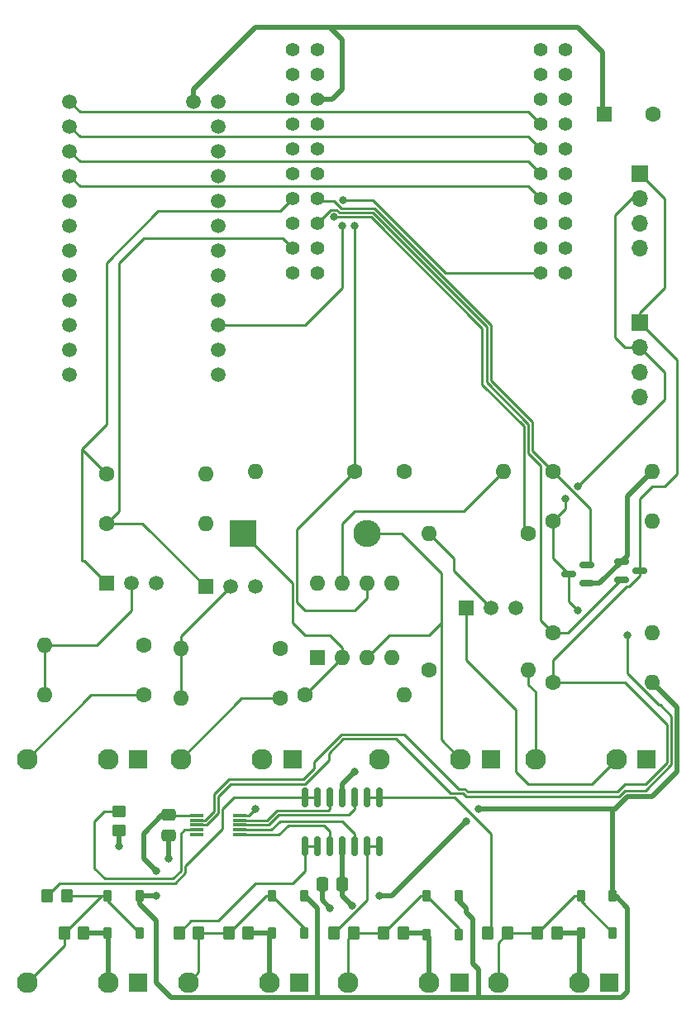
<source format=gtl>
%TF.GenerationSoftware,KiCad,Pcbnew,7.0.5-0*%
%TF.CreationDate,2024-01-09T14:25:17-05:00*%
%TF.ProjectId,ESP-32_USB_sequencer,4553502d-3332-45f5-9553-425f73657175,rev?*%
%TF.SameCoordinates,Original*%
%TF.FileFunction,Copper,L1,Top*%
%TF.FilePolarity,Positive*%
%FSLAX46Y46*%
G04 Gerber Fmt 4.6, Leading zero omitted, Abs format (unit mm)*
G04 Created by KiCad (PCBNEW 7.0.5-0) date 2024-01-09 14:25:17*
%MOMM*%
%LPD*%
G01*
G04 APERTURE LIST*
G04 Aperture macros list*
%AMRoundRect*
0 Rectangle with rounded corners*
0 $1 Rounding radius*
0 $2 $3 $4 $5 $6 $7 $8 $9 X,Y pos of 4 corners*
0 Add a 4 corners polygon primitive as box body*
4,1,4,$2,$3,$4,$5,$6,$7,$8,$9,$2,$3,0*
0 Add four circle primitives for the rounded corners*
1,1,$1+$1,$2,$3*
1,1,$1+$1,$4,$5*
1,1,$1+$1,$6,$7*
1,1,$1+$1,$8,$9*
0 Add four rect primitives between the rounded corners*
20,1,$1+$1,$2,$3,$4,$5,0*
20,1,$1+$1,$4,$5,$6,$7,0*
20,1,$1+$1,$6,$7,$8,$9,0*
20,1,$1+$1,$8,$9,$2,$3,0*%
G04 Aperture macros list end*
%TA.AperFunction,ComponentPad*%
%ADD10C,1.600000*%
%TD*%
%TA.AperFunction,ComponentPad*%
%ADD11O,1.600000X1.600000*%
%TD*%
%TA.AperFunction,SMDPad,CuDef*%
%ADD12RoundRect,0.250000X0.350000X0.450000X-0.350000X0.450000X-0.350000X-0.450000X0.350000X-0.450000X0*%
%TD*%
%TA.AperFunction,SMDPad,CuDef*%
%ADD13RoundRect,0.250000X-0.350000X-0.450000X0.350000X-0.450000X0.350000X0.450000X-0.350000X0.450000X0*%
%TD*%
%TA.AperFunction,SMDPad,CuDef*%
%ADD14RoundRect,0.225000X0.225000X0.375000X-0.225000X0.375000X-0.225000X-0.375000X0.225000X-0.375000X0*%
%TD*%
%TA.AperFunction,SMDPad,CuDef*%
%ADD15R,1.400000X0.300000*%
%TD*%
%TA.AperFunction,ComponentPad*%
%ADD16R,1.600000X1.600000*%
%TD*%
%TA.AperFunction,ComponentPad*%
%ADD17R,1.500000X1.500000*%
%TD*%
%TA.AperFunction,ComponentPad*%
%ADD18C,1.500000*%
%TD*%
%TA.AperFunction,ComponentPad*%
%ADD19C,1.400000*%
%TD*%
%TA.AperFunction,SMDPad,CuDef*%
%ADD20RoundRect,0.250000X0.450000X-0.350000X0.450000X0.350000X-0.450000X0.350000X-0.450000X-0.350000X0*%
%TD*%
%TA.AperFunction,ComponentPad*%
%ADD21R,2.800000X2.800000*%
%TD*%
%TA.AperFunction,ComponentPad*%
%ADD22O,2.800000X2.800000*%
%TD*%
%TA.AperFunction,SMDPad,CuDef*%
%ADD23RoundRect,0.150000X-0.587500X-0.150000X0.587500X-0.150000X0.587500X0.150000X-0.587500X0.150000X0*%
%TD*%
%TA.AperFunction,SMDPad,CuDef*%
%ADD24RoundRect,0.250000X0.475000X-0.337500X0.475000X0.337500X-0.475000X0.337500X-0.475000X-0.337500X0*%
%TD*%
%TA.AperFunction,SMDPad,CuDef*%
%ADD25RoundRect,0.150000X0.587500X0.150000X-0.587500X0.150000X-0.587500X-0.150000X0.587500X-0.150000X0*%
%TD*%
%TA.AperFunction,SMDPad,CuDef*%
%ADD26RoundRect,0.250000X-0.337500X-0.475000X0.337500X-0.475000X0.337500X0.475000X-0.337500X0.475000X0*%
%TD*%
%TA.AperFunction,SMDPad,CuDef*%
%ADD27RoundRect,0.150000X0.150000X-0.825000X0.150000X0.825000X-0.150000X0.825000X-0.150000X-0.825000X0*%
%TD*%
%TA.AperFunction,ComponentPad*%
%ADD28R,1.700000X1.700000*%
%TD*%
%TA.AperFunction,ComponentPad*%
%ADD29O,1.700000X1.700000*%
%TD*%
%TA.AperFunction,ComponentPad*%
%ADD30R,1.830000X1.930000*%
%TD*%
%TA.AperFunction,ComponentPad*%
%ADD31C,2.130000*%
%TD*%
%TA.AperFunction,ViaPad*%
%ADD32C,0.800000*%
%TD*%
%TA.AperFunction,Conductor*%
%ADD33C,0.250000*%
%TD*%
%TA.AperFunction,Conductor*%
%ADD34C,0.500000*%
%TD*%
G04 APERTURE END LIST*
D10*
%TO.P,R11,1*%
%TO.N,/5v_SDA*%
X127000000Y-134403000D03*
D11*
%TO.P,R11,2*%
%TO.N,+5V*%
X137160000Y-134403000D03*
%TD*%
D12*
%TO.P,R7,1*%
%TO.N,GND*%
X111647050Y-176595000D03*
%TO.P,R7,2*%
%TO.N,Net-(D3-K)*%
X109647050Y-176595000D03*
%TD*%
D10*
%TO.P,R23,1*%
%TO.N,Net-(D9-K)*%
X101600000Y-152183000D03*
D11*
%TO.P,R23,2*%
%TO.N,Net-(J10-PadR)*%
X111760000Y-152183000D03*
%TD*%
D12*
%TO.P,R8,1*%
%TO.N,GND*%
X127407050Y-176595000D03*
%TO.P,R8,2*%
%TO.N,Net-(D5-K)*%
X125407050Y-176595000D03*
%TD*%
D10*
%TO.P,R22,1*%
%TO.N,/midi_in*%
X106680000Y-129323000D03*
D11*
%TO.P,R22,2*%
%TO.N,+3.3V*%
X96520000Y-129323000D03*
%TD*%
D13*
%TO.P,R1,1*%
%TO.N,Net-(U4D--)*%
X75200000Y-172720000D03*
%TO.P,R1,2*%
%TO.N,Net-(D1-K)*%
X77200000Y-172720000D03*
%TD*%
D14*
%TO.P,D1,1,K*%
%TO.N,Net-(D1-K)*%
X84660000Y-176595000D03*
%TO.P,D1,2,A*%
%TO.N,GND*%
X81360000Y-176595000D03*
%TD*%
%TO.P,D3,1,K*%
%TO.N,Net-(D3-K)*%
X117377050Y-176765000D03*
%TO.P,D3,2,A*%
%TO.N,GND*%
X114077050Y-176765000D03*
%TD*%
D10*
%TO.P,R21,1*%
%TO.N,GND*%
X111760000Y-129323000D03*
D11*
%TO.P,R21,2*%
%TO.N,Net-(U5-VO1)*%
X121920000Y-129323000D03*
%TD*%
D14*
%TO.P,D5,1,K*%
%TO.N,Net-(D5-K)*%
X133137050Y-176595000D03*
%TO.P,D5,2,A*%
%TO.N,GND*%
X129837050Y-176595000D03*
%TD*%
D15*
%TO.P,U3,1,VDD*%
%TO.N,+5V*%
X90510000Y-164505000D03*
%TO.P,U3,2,SCL*%
%TO.N,/5v_SCL*%
X90510000Y-165005000D03*
%TO.P,U3,3,SDA*%
%TO.N,/5v_SDA*%
X90510000Y-165505000D03*
%TO.P,U3,4,~{LDAC}*%
%TO.N,Net-(U3-~{LDAC})*%
X90510000Y-166005000D03*
%TO.P,U3,5,RDY/~{BSY}*%
%TO.N,unconnected-(U3-RDY{slash}~{BSY}-Pad5)*%
X90510000Y-166505000D03*
%TO.P,U3,6,VOUTA*%
%TO.N,/DAC_A*%
X94910000Y-166505000D03*
%TO.P,U3,7,VOUTB*%
%TO.N,/DAC_B*%
X94910000Y-166005000D03*
%TO.P,U3,8,VOUTC*%
%TO.N,/DAC_C*%
X94910000Y-165505000D03*
%TO.P,U3,9,VOUTD*%
%TO.N,/DAC_D*%
X94910000Y-165005000D03*
%TO.P,U3,10,VSS*%
%TO.N,GND*%
X94910000Y-164505000D03*
%TD*%
D16*
%TO.P,U5,1,NC*%
%TO.N,unconnected-(U5-NC-Pad1)*%
X102880000Y-148363000D03*
D11*
%TO.P,U5,2,C1*%
%TO.N,Net-(D9-K)*%
X105420000Y-148363000D03*
%TO.P,U5,3,C2*%
%TO.N,Net-(D9-A)*%
X107960000Y-148363000D03*
%TO.P,U5,4,NC*%
%TO.N,unconnected-(U5-NC-Pad4)*%
X110500000Y-148363000D03*
%TO.P,U5,5,GND*%
%TO.N,GND*%
X110500000Y-140743000D03*
%TO.P,U5,6,VO2*%
%TO.N,/midi_in*%
X107960000Y-140743000D03*
%TO.P,U5,7,VO1*%
%TO.N,Net-(U5-VO1)*%
X105420000Y-140743000D03*
%TO.P,U5,8,VCC*%
%TO.N,+3.3V*%
X102880000Y-140743000D03*
%TD*%
D14*
%TO.P,D7,1,K*%
%TO.N,+5V*%
X133137050Y-172785000D03*
%TO.P,D7,2,A*%
%TO.N,Net-(D5-K)*%
X129837050Y-172785000D03*
%TD*%
D17*
%TO.P,Q4,1,C*%
%TO.N,/A32*%
X81280000Y-140753000D03*
D18*
%TO.P,Q4,2,B*%
%TO.N,Net-(Q4-B)*%
X83820000Y-140753000D03*
%TO.P,Q4,3,E*%
%TO.N,GND*%
X86360000Y-140753000D03*
%TD*%
D12*
%TO.P,R6,1*%
%TO.N,GND*%
X78930000Y-176595000D03*
%TO.P,R6,2*%
%TO.N,Net-(D1-K)*%
X76930000Y-176595000D03*
%TD*%
D18*
%TO.P,U2,1,SS*%
%TO.N,/CS*%
X77470000Y-91440000D03*
%TO.P,U2,2,MOSI*%
%TO.N,/MOSI*%
X77470000Y-93980000D03*
%TO.P,U2,3,MISO*%
%TO.N,/MISO*%
X77470000Y-96520000D03*
%TO.P,U2,4,CLK*%
%TO.N,/CLK*%
X77470000Y-99060000D03*
%TO.P,U2,5,NC*%
%TO.N,unconnected-(U2-NC-Pad5)*%
X77470000Y-101600000D03*
%TO.P,U2,6,NC*%
%TO.N,unconnected-(U2-NC-Pad6)*%
X77470000Y-104140000D03*
%TO.P,U2,7,NC*%
%TO.N,unconnected-(U2-NC-Pad7)*%
X77470000Y-106680000D03*
%TO.P,U2,8,NC*%
%TO.N,unconnected-(U2-NC-Pad8)*%
X77470000Y-109220000D03*
%TO.P,U2,9,3v3*%
%TO.N,+3.3V*%
X77470000Y-111760000D03*
%TO.P,U2,10,NC*%
%TO.N,unconnected-(U2-NC-Pad10)*%
X77470000Y-114300000D03*
%TO.P,U2,11,GND*%
%TO.N,GND*%
X77470000Y-116840000D03*
%TO.P,U2,12,RAW*%
%TO.N,unconnected-(U2-RAW-Pad12)*%
X77470000Y-119380000D03*
%TO.P,U2,13,NC*%
%TO.N,unconnected-(U2-NC-Pad13)*%
X92710000Y-119380000D03*
%TO.P,U2,14,NC*%
%TO.N,unconnected-(U2-NC-Pad14)*%
X92710000Y-116840000D03*
%TO.P,U2,15,RESET*%
%TO.N,/RST*%
X92710000Y-114300000D03*
%TO.P,U2,16,GND*%
%TO.N,GND*%
X92710000Y-111760000D03*
%TO.P,U2,17,NC*%
%TO.N,unconnected-(U2-NC-Pad17)*%
X92710000Y-109220000D03*
%TO.P,U2,18,NC*%
%TO.N,unconnected-(U2-NC-Pad18)*%
X92710000Y-106680000D03*
%TO.P,U2,19,NC*%
%TO.N,unconnected-(U2-NC-Pad19)*%
X92710000Y-104140000D03*
%TO.P,U2,20,NC*%
%TO.N,unconnected-(U2-NC-Pad20)*%
X92710000Y-101600000D03*
%TO.P,U2,21,NC*%
%TO.N,unconnected-(U2-NC-Pad21)*%
X92710000Y-99060000D03*
%TO.P,U2,22,NC*%
%TO.N,unconnected-(U2-NC-Pad22)*%
X92710000Y-96520000D03*
%TO.P,U2,23,NC*%
%TO.N,unconnected-(U2-NC-Pad23)*%
X92710000Y-93980000D03*
%TO.P,U2,24,INT*%
%TO.N,/INT*%
X92710000Y-91440000D03*
%TO.P,U2,25,5v*%
%TO.N,+5V*%
X90170000Y-91440000D03*
%TD*%
D19*
%TO.P,U1,1,GND*%
%TO.N,GND*%
X128270000Y-109003000D03*
%TO.P,U1,2,RST*%
%TO.N,/RST*%
X125730000Y-109003000D03*
%TO.P,U1,3,NC*%
%TO.N,unconnected-(U1-NC-Pad3)*%
X128270000Y-106463000D03*
%TO.P,U1,4,IO_36/SVP/A0*%
%TO.N,unconnected-(U1-IO_36{slash}SVP{slash}A0-Pad4)*%
X125730000Y-106463000D03*
%TO.P,U1,5,IO_39/SVN*%
%TO.N,unconnected-(U1-IO_39{slash}SVN-Pad5)*%
X128270000Y-103923000D03*
%TO.P,U1,6,IO_26/D0*%
%TO.N,unconnected-(U1-IO_26{slash}D0-Pad6)*%
X125730000Y-103923000D03*
%TO.P,U1,7,IO_35*%
%TO.N,/A35*%
X128270000Y-101383000D03*
%TO.P,U1,8,IO_18/D5*%
%TO.N,/CLK*%
X125730000Y-101383000D03*
%TO.P,U1,9,IO_33*%
%TO.N,/A33*%
X128270000Y-98843000D03*
%TO.P,U1,10,IO_19/D6*%
%TO.N,/MISO*%
X125730000Y-98843000D03*
%TO.P,U1,11,IO_34*%
%TO.N,/A34*%
X128270000Y-96303000D03*
%TO.P,U1,12,IO_23/D7*%
%TO.N,/MOSI*%
X125730000Y-96303000D03*
%TO.P,U1,13,IO_14/TMS*%
%TO.N,unconnected-(U1-IO_14{slash}TMS-Pad13)*%
X128270000Y-93763000D03*
%TO.P,U1,14,IO_05/D8*%
%TO.N,/CS*%
X125730000Y-93763000D03*
%TO.P,U1,15,NC*%
%TO.N,unconnected-(U1-NC-Pad15)*%
X128270000Y-91223000D03*
%TO.P,U1,16,3V3*%
%TO.N,+3.3V*%
X125730000Y-91223000D03*
%TO.P,U1,17,IO_09/SD2*%
%TO.N,unconnected-(U1-IO_09{slash}SD2-Pad17)*%
X128270000Y-88683000D03*
%TO.P,U1,18,IO_13/TCK*%
%TO.N,unconnected-(U1-IO_13{slash}TCK-Pad18)*%
X125730000Y-88683000D03*
%TO.P,U1,19,CMD*%
%TO.N,unconnected-(U1-CMD-Pad19)*%
X128270000Y-86143000D03*
%TO.P,U1,20,IO_10/SD3*%
%TO.N,unconnected-(U1-IO_10{slash}SD3-Pad20)*%
X125730000Y-86143000D03*
%TO.P,U1,21,TXD*%
%TO.N,unconnected-(U1-TXD-Pad21)*%
X102870000Y-109003000D03*
%TO.P,U1,22,GND*%
%TO.N,GND*%
X100330000Y-109003000D03*
%TO.P,U1,23,RXD*%
%TO.N,unconnected-(U1-RXD-Pad23)*%
X102870000Y-106463000D03*
%TO.P,U1,24,IO_27*%
%TO.N,/GPIO27*%
X100330000Y-106463000D03*
%TO.P,U1,25,IO_22/D1/SCL*%
%TO.N,/SCL*%
X102870000Y-103923000D03*
%TO.P,U1,26,IO_25*%
%TO.N,/INT*%
X100330000Y-103923000D03*
%TO.P,U1,27,IO_21/D2/SDA*%
%TO.N,/SDA*%
X102870000Y-101383000D03*
%TO.P,U1,28,IO_32*%
%TO.N,/A32*%
X100330000Y-101383000D03*
%TO.P,U1,29,IO_17/D3*%
%TO.N,/midi_out*%
X102870000Y-98843000D03*
%TO.P,U1,30,IO_12/TDI*%
%TO.N,unconnected-(U1-IO_12{slash}TDI-Pad30)*%
X100330000Y-98843000D03*
%TO.P,U1,31,IO_16/D4*%
%TO.N,/midi_in*%
X102870000Y-96303000D03*
%TO.P,U1,32,IO_04*%
%TO.N,unconnected-(U1-IO_04-Pad32)*%
X100330000Y-96303000D03*
%TO.P,U1,33,GND*%
%TO.N,GND*%
X102870000Y-93763000D03*
%TO.P,U1,34,IO_00*%
%TO.N,unconnected-(U1-IO_00-Pad34)*%
X100330000Y-93763000D03*
%TO.P,U1,35,VCC_(USB)*%
%TO.N,+5V*%
X102870000Y-91223000D03*
%TO.P,U1,36,IO_02*%
%TO.N,unconnected-(U1-IO_02-Pad36)*%
X100330000Y-91223000D03*
%TO.P,U1,37,TD0*%
%TO.N,unconnected-(U1-TD0-Pad37)*%
X102870000Y-88683000D03*
%TO.P,U1,38,SD1*%
%TO.N,unconnected-(U1-SD1-Pad38)*%
X100330000Y-88683000D03*
%TO.P,U1,39,SD0*%
%TO.N,unconnected-(U1-SD0-Pad39)*%
X102870000Y-86143000D03*
%TO.P,U1,40,CLK*%
%TO.N,unconnected-(U1-CLK-Pad40)*%
X100330000Y-86143000D03*
%TD*%
D10*
%TO.P,R18,1*%
%TO.N,/A32*%
X81280000Y-129540000D03*
D11*
%TO.P,R18,2*%
%TO.N,+3.3V*%
X91440000Y-129540000D03*
%TD*%
D10*
%TO.P,R27,1*%
%TO.N,+5V*%
X114300000Y-149643000D03*
D11*
%TO.P,R27,2*%
%TO.N,Net-(J12-PadR)*%
X124460000Y-149643000D03*
%TD*%
D10*
%TO.P,R13,1*%
%TO.N,/5v_SCL*%
X127000000Y-150913000D03*
D11*
%TO.P,R13,2*%
%TO.N,+5V*%
X137160000Y-150913000D03*
%TD*%
D10*
%TO.P,R14,1*%
%TO.N,GND*%
X99060000Y-147463000D03*
D11*
%TO.P,R14,2*%
%TO.N,Net-(Q3-B)*%
X88900000Y-147463000D03*
%TD*%
D17*
%TO.P,Q3,1,C*%
%TO.N,/GPIO27*%
X91440000Y-141113000D03*
D18*
%TO.P,Q3,2,B*%
%TO.N,Net-(Q3-B)*%
X93980000Y-141113000D03*
%TO.P,Q3,3,E*%
%TO.N,GND*%
X96520000Y-141113000D03*
%TD*%
D17*
%TO.P,Q7,1,C*%
%TO.N,Net-(Q7-C)*%
X118110000Y-143293000D03*
D18*
%TO.P,Q7,2,B*%
%TO.N,Net-(Q7-B)*%
X120650000Y-143293000D03*
%TO.P,Q7,3,E*%
%TO.N,GND*%
X123190000Y-143293000D03*
%TD*%
D20*
%TO.P,R17,1*%
%TO.N,GND*%
X82550000Y-166100000D03*
%TO.P,R17,2*%
%TO.N,Net-(U3-~{LDAC})*%
X82550000Y-164100000D03*
%TD*%
D13*
%TO.P,R2,1*%
%TO.N,Net-(U4B--)*%
X104567050Y-176595000D03*
%TO.P,R2,2*%
%TO.N,Net-(D3-K)*%
X106567050Y-176595000D03*
%TD*%
D21*
%TO.P,D9,1,K*%
%TO.N,Net-(D9-K)*%
X95250000Y-135673000D03*
D22*
%TO.P,D9,2,A*%
%TO.N,Net-(D9-A)*%
X107950000Y-135673000D03*
%TD*%
D23*
%TO.P,Q1,1,G*%
%TO.N,+3.3V*%
X134015000Y-138533000D03*
%TO.P,Q1,2,S*%
%TO.N,/SCL*%
X134015000Y-140433000D03*
%TO.P,Q1,3,D*%
%TO.N,/5v_SCL*%
X135890000Y-139483000D03*
%TD*%
D10*
%TO.P,R24,1*%
%TO.N,/midi_out*%
X124460000Y-135673000D03*
D11*
%TO.P,R24,2*%
%TO.N,Net-(Q7-B)*%
X114300000Y-135673000D03*
%TD*%
D14*
%TO.P,D2,1,K*%
%TO.N,+5V*%
X84660000Y-172785000D03*
%TO.P,D2,2,A*%
%TO.N,Net-(D1-K)*%
X81360000Y-172785000D03*
%TD*%
D24*
%TO.P,C3,1*%
%TO.N,GND*%
X87630000Y-166542500D03*
%TO.P,C3,2*%
%TO.N,+5V*%
X87630000Y-164467500D03*
%TD*%
D13*
%TO.P,R4,1*%
%TO.N,Net-(U4A--)*%
X88701747Y-176556343D03*
%TO.P,R4,2*%
%TO.N,Net-(D6-K)*%
X90701747Y-176556343D03*
%TD*%
D16*
%TO.P,C2,1*%
%TO.N,+5V*%
X132217349Y-92710000D03*
D10*
%TO.P,C2,2*%
%TO.N,GND*%
X137217349Y-92710000D03*
%TD*%
%TO.P,R10,1*%
%TO.N,/SDA*%
X127000000Y-129323000D03*
D11*
%TO.P,R10,2*%
%TO.N,+3.3V*%
X137160000Y-129323000D03*
%TD*%
D25*
%TO.P,Q2,1,G*%
%TO.N,+3.3V*%
X130477500Y-140765500D03*
%TO.P,Q2,2,S*%
%TO.N,/SDA*%
X130477500Y-138865500D03*
%TO.P,Q2,3,D*%
%TO.N,/5v_SDA*%
X128602500Y-139815500D03*
%TD*%
D12*
%TO.P,R9,1*%
%TO.N,GND*%
X95781747Y-176556343D03*
%TO.P,R9,2*%
%TO.N,Net-(D6-K)*%
X93781747Y-176556343D03*
%TD*%
D26*
%TO.P,C1,1*%
%TO.N,GND*%
X103335000Y-171580000D03*
%TO.P,C1,2*%
%TO.N,+5V*%
X105410000Y-171580000D03*
%TD*%
D10*
%TO.P,R12,1*%
%TO.N,/SCL*%
X127000000Y-145833000D03*
D11*
%TO.P,R12,2*%
%TO.N,+3.3V*%
X137160000Y-145833000D03*
%TD*%
D14*
%TO.P,D8,1,K*%
%TO.N,+5V*%
X101511747Y-172746343D03*
%TO.P,D8,2,A*%
%TO.N,Net-(D6-K)*%
X98211747Y-172746343D03*
%TD*%
%TO.P,D6,1,K*%
%TO.N,Net-(D6-K)*%
X101511747Y-176556343D03*
%TO.P,D6,2,A*%
%TO.N,GND*%
X98211747Y-176556343D03*
%TD*%
D10*
%TO.P,R15,1*%
%TO.N,Net-(J3-PadT)*%
X85090000Y-152183000D03*
D11*
%TO.P,R15,2*%
%TO.N,Net-(Q4-B)*%
X74930000Y-152183000D03*
%TD*%
D10*
%TO.P,R5,1*%
%TO.N,Net-(J2-PadT)*%
X99060000Y-152543000D03*
D11*
%TO.P,R5,2*%
%TO.N,Net-(Q3-B)*%
X88900000Y-152543000D03*
%TD*%
D27*
%TO.P,U4,1*%
%TO.N,Net-(U4A--)*%
X101600000Y-167640000D03*
%TO.P,U4,2,-*%
X102870000Y-167640000D03*
%TO.P,U4,3,+*%
%TO.N,/DAC_A*%
X104140000Y-167640000D03*
%TO.P,U4,4,V+*%
%TO.N,+5V*%
X105410000Y-167640000D03*
%TO.P,U4,5,+*%
%TO.N,/DAC_B*%
X106680000Y-167640000D03*
%TO.P,U4,6,-*%
%TO.N,Net-(U4B--)*%
X107950000Y-167640000D03*
%TO.P,U4,7*%
X109220000Y-167640000D03*
%TO.P,U4,8*%
%TO.N,Net-(U4C--)*%
X109220000Y-162690000D03*
%TO.P,U4,9,-*%
X107950000Y-162690000D03*
%TO.P,U4,10,+*%
%TO.N,/DAC_C*%
X106680000Y-162690000D03*
%TO.P,U4,11,V-*%
%TO.N,GND*%
X105410000Y-162690000D03*
%TO.P,U4,12,+*%
%TO.N,/DAC_D*%
X104140000Y-162690000D03*
%TO.P,U4,13,-*%
%TO.N,Net-(U4D--)*%
X102870000Y-162690000D03*
%TO.P,U4,14*%
X101600000Y-162690000D03*
%TD*%
D13*
%TO.P,R3,1*%
%TO.N,Net-(U4C--)*%
X120327050Y-176595000D03*
%TO.P,R3,2*%
%TO.N,Net-(D5-K)*%
X122327050Y-176595000D03*
%TD*%
D10*
%TO.P,R16,1*%
%TO.N,GND*%
X85090000Y-147103000D03*
D11*
%TO.P,R16,2*%
%TO.N,Net-(Q4-B)*%
X74930000Y-147103000D03*
%TD*%
D10*
%TO.P,R19,1*%
%TO.N,/GPIO27*%
X81280000Y-134620000D03*
D11*
%TO.P,R19,2*%
%TO.N,+3.3V*%
X91440000Y-134620000D03*
%TD*%
D14*
%TO.P,D4,1,K*%
%TO.N,+5V*%
X117377050Y-172785000D03*
%TO.P,D4,2,A*%
%TO.N,Net-(D3-K)*%
X114077050Y-172785000D03*
%TD*%
D28*
%TO.P,I2CA2,1,Pin_1*%
%TO.N,/5v_SCL*%
X135890000Y-114083000D03*
D29*
%TO.P,I2CA2,2,Pin_2*%
%TO.N,/5v_SDA*%
X135890000Y-116623000D03*
%TO.P,I2CA2,3,Pin_3*%
%TO.N,+5V*%
X135890000Y-119163000D03*
%TO.P,I2CA2,4,Pin_4*%
%TO.N,GND*%
X135890000Y-121703000D03*
%TD*%
D30*
%TO.P,J3,S*%
%TO.N,GND*%
X84520000Y-158750000D03*
D31*
%TO.P,J3,T*%
%TO.N,Net-(J3-PadT)*%
X73120000Y-158750000D03*
%TO.P,J3,TN*%
%TO.N,GND*%
X81420000Y-158750000D03*
%TD*%
%TO.P,J10,R*%
%TO.N,Net-(J10-PadR)*%
X109250000Y-158750000D03*
D30*
%TO.P,J10,S*%
%TO.N,GND*%
X120650000Y-158750000D03*
D31*
%TO.P,J10,T*%
%TO.N,Net-(D9-A)*%
X117550000Y-158750000D03*
%TD*%
D30*
%TO.P,J6,S*%
%TO.N,GND*%
X84520000Y-181610000D03*
D31*
%TO.P,J6,T*%
%TO.N,Net-(D1-K)*%
X73120000Y-181610000D03*
%TO.P,J6,TN*%
%TO.N,GND*%
X81420000Y-181610000D03*
%TD*%
D30*
%TO.P,J1,S*%
%TO.N,GND*%
X117400000Y-181610000D03*
D31*
%TO.P,J1,T*%
%TO.N,Net-(D3-K)*%
X106000000Y-181610000D03*
%TO.P,J1,TN*%
%TO.N,GND*%
X114300000Y-181610000D03*
%TD*%
D30*
%TO.P,J2,S*%
%TO.N,GND*%
X100300000Y-158750000D03*
D31*
%TO.P,J2,T*%
%TO.N,Net-(J2-PadT)*%
X88900000Y-158750000D03*
%TO.P,J2,TN*%
%TO.N,GND*%
X97200000Y-158750000D03*
%TD*%
D28*
%TO.P,I2CA1,1,Pin_1*%
%TO.N,/5v_SCL*%
X135890000Y-98853000D03*
D29*
%TO.P,I2CA1,2,Pin_2*%
%TO.N,/5v_SDA*%
X135890000Y-101393000D03*
%TO.P,I2CA1,3,Pin_3*%
%TO.N,+5V*%
X135890000Y-103933000D03*
%TO.P,I2CA1,4,Pin_4*%
%TO.N,GND*%
X135890000Y-106473000D03*
%TD*%
D31*
%TO.P,J12,R*%
%TO.N,Net-(J12-PadR)*%
X125190000Y-158750000D03*
D30*
%TO.P,J12,S*%
%TO.N,GND*%
X136590000Y-158750000D03*
D31*
%TO.P,J12,T*%
%TO.N,Net-(Q7-C)*%
X133490000Y-158750000D03*
%TD*%
D30*
%TO.P,J7,S*%
%TO.N,GND*%
X101030000Y-181610000D03*
D31*
%TO.P,J7,T*%
%TO.N,Net-(D6-K)*%
X89630000Y-181610000D03*
%TO.P,J7,TN*%
%TO.N,GND*%
X97930000Y-181610000D03*
%TD*%
D30*
%TO.P,J5,S*%
%TO.N,GND*%
X132780000Y-181610000D03*
D31*
%TO.P,J5,T*%
%TO.N,Net-(D5-K)*%
X121380000Y-181610000D03*
%TO.P,J5,TN*%
%TO.N,GND*%
X129680000Y-181610000D03*
%TD*%
D32*
%TO.N,GND*%
X82550000Y-167640000D03*
X87630000Y-168910000D03*
X96520000Y-163830000D03*
X104140000Y-173990000D03*
X106680000Y-160020000D03*
%TO.N,+5V*%
X86360000Y-172720000D03*
X109220000Y-172720000D03*
X106413726Y-173723726D03*
X86360000Y-170180000D03*
X118110000Y-165100000D03*
X119380000Y-163830000D03*
%TO.N,/RST*%
X105483149Y-101526850D03*
X105410000Y-104140000D03*
%TO.N,/midi_in*%
X106680000Y-104140000D03*
%TO.N,/midi_out*%
X104543799Y-103273799D03*
%TO.N,/5v_SDA*%
X134620000Y-146050000D03*
X128270000Y-132080000D03*
X129540000Y-143510000D03*
X129540000Y-130810000D03*
%TD*%
D33*
%TO.N,Net-(D9-K)*%
X100330000Y-140753000D02*
X95250000Y-135673000D01*
X105420000Y-147330000D02*
X104140000Y-146050000D01*
X101600000Y-152183000D02*
X105420000Y-148363000D01*
X104140000Y-146050000D02*
X101600000Y-146050000D01*
X100330000Y-144780000D02*
X100330000Y-140753000D01*
X105420000Y-147330000D02*
X105420000Y-148363000D01*
X101600000Y-146050000D02*
X100330000Y-144780000D01*
%TO.N,Net-(D9-A)*%
X107950000Y-135673000D02*
X111543000Y-135673000D01*
X111543000Y-135673000D02*
X115570000Y-139700000D01*
X115570000Y-156770000D02*
X117550000Y-158750000D01*
X114300000Y-146050000D02*
X115570000Y-144780000D01*
X115570000Y-139700000D02*
X115570000Y-144780000D01*
X115570000Y-144780000D02*
X115570000Y-156770000D01*
X107960000Y-148363000D02*
X110273000Y-146050000D01*
X110273000Y-146050000D02*
X114300000Y-146050000D01*
%TO.N,Net-(D1-K)*%
X77200000Y-172720000D02*
X80675000Y-172720000D01*
X80675000Y-172720000D02*
X80740000Y-172785000D01*
X81360000Y-172785000D02*
X81360000Y-173295000D01*
X76930000Y-177800000D02*
X73120000Y-181610000D01*
X76930000Y-176595000D02*
X76930000Y-177800000D01*
X81360000Y-172785000D02*
X80740000Y-172785000D01*
X81360000Y-173295000D02*
X84660000Y-176595000D01*
X80740000Y-172785000D02*
X76930000Y-176595000D01*
D34*
%TO.N,GND*%
X113907050Y-176595000D02*
X114077050Y-176765000D01*
X78930000Y-176595000D02*
X81360000Y-176595000D01*
X103335000Y-173185000D02*
X104140000Y-173990000D01*
X81360000Y-176595000D02*
X81420000Y-176655000D01*
X111647050Y-176595000D02*
X113907050Y-176595000D01*
D33*
X96520000Y-163830000D02*
X95845000Y-164505000D01*
D34*
X87630000Y-166542500D02*
X87630000Y-168910000D01*
X98211747Y-176556343D02*
X97930000Y-176838090D01*
X105410000Y-162690000D02*
X105410000Y-161290000D01*
X114300000Y-181610000D02*
X114300000Y-176987950D01*
X103335000Y-171580000D02*
X103335000Y-173185000D01*
X129837050Y-176595000D02*
X129680000Y-176752050D01*
D33*
X95845000Y-164505000D02*
X94910000Y-164505000D01*
D34*
X97930000Y-176838090D02*
X97930000Y-181610000D01*
X105410000Y-161290000D02*
X106680000Y-160020000D01*
X114300000Y-176987950D02*
X114077050Y-176765000D01*
X95781747Y-176556343D02*
X98211747Y-176556343D01*
X81420000Y-176655000D02*
X81420000Y-181610000D01*
X82550000Y-166100000D02*
X82550000Y-167640000D01*
X127407050Y-176595000D02*
X129837050Y-176595000D01*
X129680000Y-176752050D02*
X129680000Y-181610000D01*
D33*
%TO.N,+5V*%
X90510000Y-164505000D02*
X87667500Y-164505000D01*
D34*
X90170000Y-91440000D02*
X90170000Y-90170000D01*
X105410000Y-172720000D02*
X106413726Y-173723726D01*
X104140000Y-83820000D02*
X105410000Y-85090000D01*
X118110000Y-174464298D02*
X118765000Y-175119298D01*
X118110000Y-173990000D02*
X118110000Y-174464298D01*
X132080000Y-92572651D02*
X132080000Y-86360000D01*
X139700000Y-153453000D02*
X137160000Y-150913000D01*
X87875000Y-183125000D02*
X86360000Y-181610000D01*
X110490000Y-172720000D02*
X118110000Y-165100000D01*
X133350000Y-163830000D02*
X134620000Y-162560000D01*
X134620000Y-173990000D02*
X133415000Y-172785000D01*
X87667500Y-164505000D02*
X87630000Y-164467500D01*
X105410000Y-85090000D02*
X105410000Y-90170000D01*
X134620000Y-173990000D02*
X134620000Y-182550000D01*
X102870000Y-183125000D02*
X87875000Y-183125000D01*
X117377050Y-172785000D02*
X117377050Y-173257050D01*
X86992500Y-164467500D02*
X87630000Y-164467500D01*
X86360000Y-181610000D02*
X86360000Y-175260000D01*
X119380000Y-183125000D02*
X102870000Y-183125000D01*
X84660000Y-173560000D02*
X84660000Y-172785000D01*
X134045000Y-183125000D02*
X119380000Y-183125000D01*
X132217349Y-92710000D02*
X132080000Y-92572651D01*
X133137050Y-172785000D02*
X133137050Y-164042950D01*
X109220000Y-172720000D02*
X110490000Y-172720000D01*
X132080000Y-86360000D02*
X129540000Y-83820000D01*
X86360000Y-175260000D02*
X84660000Y-173560000D01*
X102870000Y-173990000D02*
X102870000Y-183125000D01*
X85090000Y-166370000D02*
X86992500Y-164467500D01*
X105410000Y-172720000D02*
X105410000Y-171580000D01*
X104357000Y-91223000D02*
X102870000Y-91223000D01*
X101511747Y-172746343D02*
X101626343Y-172746343D01*
X105410000Y-90170000D02*
X104357000Y-91223000D01*
X85090000Y-168910000D02*
X85090000Y-166370000D01*
X118765000Y-179680026D02*
X119380000Y-180295026D01*
X129540000Y-83820000D02*
X104140000Y-83820000D01*
X134620000Y-162560000D02*
X137160000Y-162560000D01*
X139700000Y-160020000D02*
X139700000Y-153453000D01*
X86295000Y-172785000D02*
X86360000Y-172720000D01*
X133137050Y-164042950D02*
X133350000Y-163830000D01*
X90170000Y-90170000D02*
X96520000Y-83820000D01*
X118765000Y-175119298D02*
X118765000Y-179680026D01*
X119380000Y-180295026D02*
X119380000Y-183125000D01*
X96520000Y-83820000D02*
X104140000Y-83820000D01*
X134620000Y-182550000D02*
X134045000Y-183125000D01*
X84660000Y-172785000D02*
X86295000Y-172785000D01*
X119380000Y-163830000D02*
X133350000Y-163830000D01*
X105410000Y-171580000D02*
X105410000Y-167640000D01*
X101626343Y-172746343D02*
X102870000Y-173990000D01*
X117377050Y-173257050D02*
X118110000Y-173990000D01*
X133415000Y-172785000D02*
X133137050Y-172785000D01*
X137160000Y-162560000D02*
X139700000Y-160020000D01*
X86360000Y-170180000D02*
X85090000Y-168910000D01*
D33*
%TO.N,Net-(J2-PadT)*%
X88900000Y-158750000D02*
X95107000Y-152543000D01*
X95107000Y-152543000D02*
X99060000Y-152543000D01*
%TO.N,Net-(J3-PadT)*%
X79687000Y-152183000D02*
X73120000Y-158750000D01*
X85090000Y-152183000D02*
X79687000Y-152183000D01*
%TO.N,Net-(Q7-C)*%
X118110000Y-148590000D02*
X123190000Y-153670000D01*
X118110000Y-143293000D02*
X118110000Y-148590000D01*
X123190000Y-160020000D02*
X124460000Y-161290000D01*
X123190000Y-153670000D02*
X123190000Y-160020000D01*
X130950000Y-161290000D02*
X133490000Y-158750000D01*
X124460000Y-161290000D02*
X130950000Y-161290000D01*
%TO.N,Net-(Q3-B)*%
X88900000Y-147463000D02*
X88900000Y-146193000D01*
X88900000Y-146193000D02*
X93980000Y-141113000D01*
X88900000Y-147463000D02*
X88900000Y-152543000D01*
%TO.N,Net-(Q4-B)*%
X74930000Y-147103000D02*
X80227000Y-147103000D01*
X83820000Y-143510000D02*
X83820000Y-140753000D01*
X80227000Y-147103000D02*
X83820000Y-143510000D01*
X74930000Y-152183000D02*
X74930000Y-147103000D01*
%TO.N,Net-(Q7-B)*%
X116840000Y-138213000D02*
X114300000Y-135673000D01*
X120650000Y-143293000D02*
X116840000Y-139483000D01*
X116840000Y-139483000D02*
X116840000Y-138213000D01*
%TO.N,Net-(U3-~{LDAC})*%
X80010000Y-169916396D02*
X81093604Y-171000000D01*
X89265000Y-166005000D02*
X90510000Y-166005000D01*
X88900000Y-170180000D02*
X88900000Y-166370000D01*
X88900000Y-166370000D02*
X89265000Y-166005000D01*
X88080000Y-171000000D02*
X88900000Y-170180000D01*
X80010000Y-165100000D02*
X80010000Y-169916396D01*
X81010000Y-164100000D02*
X80010000Y-165100000D01*
X81093604Y-171000000D02*
X88080000Y-171000000D01*
X82550000Y-164100000D02*
X81010000Y-164100000D01*
%TO.N,Net-(U5-VO1)*%
X106680000Y-133350000D02*
X117893000Y-133350000D01*
X106680000Y-133350000D02*
X105410000Y-134620000D01*
X105420000Y-134630000D02*
X105420000Y-140743000D01*
X117893000Y-133350000D02*
X121920000Y-129323000D01*
X105410000Y-134620000D02*
X105420000Y-134630000D01*
%TO.N,Net-(U4D--)*%
X76470000Y-171450000D02*
X81280000Y-171450000D01*
X94300000Y-162690000D02*
X101600000Y-162690000D01*
X93160000Y-163830000D02*
X94300000Y-162690000D01*
X75200000Y-172720000D02*
X76470000Y-171450000D01*
X89350000Y-169730000D02*
X93160000Y-165920000D01*
X101600000Y-162690000D02*
X102870000Y-162690000D01*
X89350000Y-170366396D02*
X89350000Y-169730000D01*
X88266396Y-171450000D02*
X89350000Y-170366396D01*
X93160000Y-165920000D02*
X93160000Y-163830000D01*
X81280000Y-171450000D02*
X88266396Y-171450000D01*
%TO.N,/SDA*%
X124910000Y-127233000D02*
X127000000Y-129323000D01*
X130810000Y-138533000D02*
X130477500Y-138865500D01*
X102870000Y-101383000D02*
X103087000Y-101600000D01*
X108726591Y-102373799D02*
X120650000Y-114297208D01*
X103087000Y-101600000D02*
X104531701Y-101600000D01*
X105305500Y-102373799D02*
X108726591Y-102373799D01*
X130810000Y-133133000D02*
X130810000Y-138533000D01*
X124910000Y-124273604D02*
X124910000Y-127233000D01*
X120650000Y-114297208D02*
X120650000Y-120013604D01*
X120650000Y-120013604D02*
X124910000Y-124273604D01*
X127000000Y-129323000D02*
X130810000Y-133133000D01*
X104531701Y-101600000D02*
X105305500Y-102373799D01*
%TO.N,/SCL*%
X104244201Y-102548799D02*
X104844104Y-102548799D01*
X108540195Y-102823799D02*
X120200000Y-114483604D01*
X104844104Y-102548799D02*
X105119104Y-102823799D01*
X133954198Y-140433000D02*
X134015000Y-140433000D01*
X120200000Y-120200000D02*
X124460000Y-124460000D01*
X124460000Y-124460000D02*
X124460000Y-127419396D01*
X127000000Y-145833000D02*
X128554198Y-145833000D01*
X125730000Y-144563000D02*
X127000000Y-145833000D01*
X105119104Y-102823799D02*
X108540195Y-102823799D01*
X120200000Y-114483604D02*
X120200000Y-120200000D01*
X128554198Y-145833000D02*
X133954198Y-140433000D01*
X124460000Y-127419396D02*
X125730000Y-128689396D01*
X102870000Y-103923000D02*
X104244201Y-102548799D01*
X125730000Y-128689396D02*
X125730000Y-144563000D01*
D34*
%TO.N,+3.3V*%
X134015000Y-138533000D02*
X134620000Y-137928000D01*
X131782500Y-140765500D02*
X134015000Y-138533000D01*
X130477500Y-140765500D02*
X131782500Y-140765500D01*
X134620000Y-131863000D02*
X137160000Y-129323000D01*
X134620000Y-137928000D02*
X134620000Y-131863000D01*
D33*
%TO.N,/CS*%
X125730000Y-93763000D02*
X124482000Y-92515000D01*
X78545000Y-92515000D02*
X77470000Y-91440000D01*
X124482000Y-92515000D02*
X78545000Y-92515000D01*
%TO.N,/MOSI*%
X78545000Y-95055000D02*
X77470000Y-93980000D01*
X124482000Y-95055000D02*
X78545000Y-95055000D01*
X125730000Y-96303000D02*
X124482000Y-95055000D01*
%TO.N,/MISO*%
X125730000Y-98843000D02*
X124482000Y-97595000D01*
X78545000Y-97595000D02*
X77470000Y-96520000D01*
X124482000Y-97595000D02*
X78545000Y-97595000D01*
%TO.N,/CLK*%
X78545000Y-100135000D02*
X77470000Y-99060000D01*
X124482000Y-100135000D02*
X78545000Y-100135000D01*
X125730000Y-101383000D02*
X124482000Y-100135000D01*
%TO.N,/RST*%
X105410000Y-110490000D02*
X101600000Y-114300000D01*
X125730000Y-109003000D02*
X115992188Y-109003000D01*
X109539594Y-102550406D02*
X108516038Y-101526850D01*
X101600000Y-114300000D02*
X92710000Y-114300000D01*
X109859188Y-102870000D02*
X109539594Y-102550406D01*
X108516038Y-101526850D02*
X105483149Y-101526850D01*
X115889594Y-108900406D02*
X109859188Y-102870000D01*
X105410000Y-104140000D02*
X105410000Y-110490000D01*
X115992188Y-109003000D02*
X115889594Y-108900406D01*
%TO.N,/midi_in*%
X106680000Y-129323000D02*
X106680000Y-104140000D01*
X101600000Y-143510000D02*
X100780000Y-142690000D01*
X107960000Y-142230000D02*
X106680000Y-143510000D01*
X100780000Y-142690000D02*
X100780000Y-135223000D01*
X107960000Y-140743000D02*
X107960000Y-142230000D01*
X100780000Y-135223000D02*
X106680000Y-129323000D01*
X106680000Y-143510000D02*
X101600000Y-143510000D01*
%TO.N,/DAC_A*%
X99880000Y-165550000D02*
X103508376Y-165550000D01*
X98925000Y-166505000D02*
X99880000Y-165550000D01*
X94910000Y-166505000D02*
X98925000Y-166505000D01*
X104140000Y-166181624D02*
X104140000Y-167640000D01*
X103508376Y-165550000D02*
X104140000Y-166181624D01*
%TO.N,/DAC_B*%
X106680000Y-166370000D02*
X106680000Y-167640000D01*
X105410000Y-165100000D02*
X106680000Y-166370000D01*
X99060000Y-165100000D02*
X105410000Y-165100000D01*
X98155000Y-166005000D02*
X99060000Y-165100000D01*
X94910000Y-166005000D02*
X98155000Y-166005000D01*
%TO.N,Net-(D3-K)*%
X106567050Y-176595000D02*
X109647050Y-176595000D01*
X106000000Y-177162050D02*
X106000000Y-181610000D01*
X106567050Y-176595000D02*
X106000000Y-177162050D01*
X114077050Y-172785000D02*
X117377050Y-176085000D01*
X117377050Y-176085000D02*
X117377050Y-176765000D01*
X109647050Y-176595000D02*
X113457050Y-172785000D01*
X113457050Y-172785000D02*
X114077050Y-172785000D01*
%TO.N,Net-(U4B--)*%
X104567050Y-176595000D02*
X107950000Y-173212050D01*
X107950000Y-173212050D02*
X107950000Y-167640000D01*
X109220000Y-167640000D02*
X107950000Y-167640000D01*
%TO.N,Net-(D5-K)*%
X125407050Y-176595000D02*
X129217050Y-172785000D01*
X133137050Y-176595000D02*
X129837050Y-173295000D01*
X129217050Y-172785000D02*
X129837050Y-172785000D01*
X129837050Y-173295000D02*
X129837050Y-172785000D01*
X122327050Y-176595000D02*
X125407050Y-176595000D01*
X121380000Y-177542050D02*
X121380000Y-181610000D01*
X122327050Y-176595000D02*
X121380000Y-177542050D01*
%TO.N,Net-(D6-K)*%
X97591747Y-172746343D02*
X98211747Y-172746343D01*
X101511747Y-176046343D02*
X98211747Y-172746343D01*
X93781747Y-176556343D02*
X97591747Y-172746343D01*
X90701747Y-180538253D02*
X89630000Y-181610000D01*
X101511747Y-176556343D02*
X101511747Y-176046343D01*
X90701747Y-176556343D02*
X90701747Y-180538253D01*
X90701747Y-176556343D02*
X93781747Y-176556343D01*
%TO.N,/DAC_C*%
X106070000Y-164440000D02*
X106680000Y-163830000D01*
X106680000Y-163830000D02*
X106680000Y-162690000D01*
X98896396Y-164440000D02*
X106070000Y-164440000D01*
X94910000Y-165505000D02*
X97831396Y-165505000D01*
X97831396Y-165505000D02*
X98896396Y-164440000D01*
%TO.N,Net-(J12-PadR)*%
X125190000Y-151860000D02*
X125190000Y-158750000D01*
X124460000Y-149643000D02*
X124460000Y-151130000D01*
X124460000Y-151130000D02*
X125190000Y-151860000D01*
%TO.N,/midi_out*%
X124010000Y-135223000D02*
X124010000Y-124646396D01*
X108353799Y-103273799D02*
X104543799Y-103273799D01*
X119750000Y-120386396D02*
X119750000Y-114670000D01*
X124010000Y-124646396D02*
X119750000Y-120386396D01*
X124460000Y-135673000D02*
X124010000Y-135223000D01*
X119750000Y-114670000D02*
X108353799Y-103273799D01*
%TO.N,Net-(U4C--)*%
X120650000Y-176272050D02*
X120327050Y-176595000D01*
X109220000Y-162690000D02*
X116905000Y-162690000D01*
X107950000Y-162690000D02*
X109220000Y-162690000D01*
X120650000Y-166435000D02*
X120650000Y-176272050D01*
X116905000Y-162690000D02*
X120650000Y-166435000D01*
%TO.N,Net-(U4A--)*%
X101600000Y-170245000D02*
X100330000Y-171515000D01*
X89933090Y-175325000D02*
X88701747Y-176556343D01*
X92710000Y-175325000D02*
X89933090Y-175325000D01*
X96520000Y-171515000D02*
X92710000Y-175325000D01*
X102870000Y-167640000D02*
X101600000Y-167640000D01*
X101600000Y-167640000D02*
X101600000Y-170245000D01*
X100330000Y-171515000D02*
X96520000Y-171515000D01*
%TO.N,/5v_SCL*%
X135890000Y-132080000D02*
X137160000Y-130810000D01*
X102551802Y-159701802D02*
X102551802Y-159006045D01*
X138675000Y-155185000D02*
X134403000Y-150913000D01*
X92260000Y-164118604D02*
X92260000Y-162373604D01*
X139700000Y-117893000D02*
X135890000Y-114083000D01*
X134532000Y-141058000D02*
X127000000Y-148590000D01*
X91373604Y-165005000D02*
X92260000Y-164118604D01*
X101413604Y-160840000D02*
X102551802Y-159701802D01*
X138430000Y-110490000D02*
X138430000Y-101393000D01*
X90510000Y-165005000D02*
X91373604Y-165005000D01*
X105347847Y-156210000D02*
X111760000Y-156210000D01*
X111760000Y-156210000D02*
X117340000Y-161790000D01*
X127000000Y-148590000D02*
X127000000Y-150913000D01*
X135890000Y-139483000D02*
X135890000Y-132080000D01*
X134799251Y-141058000D02*
X134532000Y-141058000D01*
X134403000Y-150913000D02*
X127000000Y-150913000D01*
X92260000Y-162373604D02*
X93793604Y-160840000D01*
X133575000Y-162110000D02*
X134395000Y-161290000D01*
X135890000Y-114083000D02*
X135890000Y-113030000D01*
X139700000Y-129540000D02*
X139700000Y-117893000D01*
X138430000Y-130810000D02*
X139700000Y-129540000D01*
X138675000Y-159138604D02*
X138675000Y-155185000D01*
X136523604Y-161290000D02*
X138675000Y-159138604D01*
X135890000Y-139483000D02*
X135890000Y-139967251D01*
X117976396Y-161790000D02*
X118296396Y-162110000D01*
X134395000Y-161290000D02*
X136523604Y-161290000D01*
X138430000Y-101393000D02*
X135890000Y-98853000D01*
X117340000Y-161790000D02*
X117976396Y-161790000D01*
X93793604Y-160840000D02*
X101413604Y-160840000D01*
X135890000Y-139967251D02*
X134799251Y-141058000D01*
X118296396Y-162110000D02*
X133575000Y-162110000D01*
X137160000Y-130810000D02*
X138430000Y-130810000D01*
X102551802Y-159006045D02*
X105347847Y-156210000D01*
X135890000Y-113030000D02*
X138430000Y-110490000D01*
%TO.N,/5v_SDA*%
X138430000Y-119163000D02*
X138430000Y-121920000D01*
X129540000Y-130810000D02*
X138430000Y-121920000D01*
X92710000Y-162560000D02*
X93980000Y-161290000D01*
X117790000Y-162240000D02*
X118110000Y-162560000D01*
X134381828Y-161985000D02*
X136465000Y-161985000D01*
X136465000Y-161985000D02*
X139125000Y-159325000D01*
X133806828Y-162560000D02*
X134381828Y-161985000D01*
X90510000Y-165505000D02*
X91510000Y-165505000D01*
X93980000Y-161290000D02*
X101600000Y-161290000D01*
X135034000Y-101393000D02*
X133350000Y-103077000D01*
X139125000Y-159325000D02*
X139125000Y-154360000D01*
X118110000Y-162560000D02*
X133806828Y-162560000D01*
X104020000Y-158174243D02*
X105534243Y-156660000D01*
X134403000Y-116623000D02*
X135890000Y-116623000D01*
X133350000Y-115570000D02*
X134403000Y-116623000D01*
X127000000Y-138213000D02*
X127000000Y-134403000D01*
X91510000Y-165505000D02*
X92710000Y-164305000D01*
X128602500Y-139815500D02*
X127000000Y-138213000D01*
X127000000Y-134403000D02*
X128270000Y-133133000D01*
X101600000Y-161290000D02*
X104020000Y-158870000D01*
X116520000Y-162240000D02*
X117790000Y-162240000D01*
X135890000Y-116623000D02*
X138430000Y-119163000D01*
X137963991Y-153198991D02*
X137855000Y-153198991D01*
X104020000Y-158870000D02*
X104020000Y-158174243D01*
X135890000Y-101393000D02*
X135034000Y-101393000D01*
X110940000Y-156660000D02*
X116520000Y-162240000D01*
X134620000Y-149963991D02*
X134620000Y-146050000D01*
X133350000Y-103077000D02*
X133350000Y-115570000D01*
X129540000Y-143510000D02*
X128602500Y-142572500D01*
X139125000Y-154360000D02*
X137963991Y-153198991D01*
X137855000Y-153198991D02*
X134620000Y-149963991D01*
X128602500Y-142572500D02*
X128602500Y-139815500D01*
X92710000Y-164305000D02*
X92710000Y-162560000D01*
X128270000Y-133133000D02*
X128270000Y-132080000D01*
X105534243Y-156660000D02*
X110940000Y-156660000D01*
%TO.N,/DAC_D*%
X103980000Y-163990000D02*
X98710000Y-163990000D01*
X97695000Y-165005000D02*
X94910000Y-165005000D01*
X104140000Y-163830000D02*
X103980000Y-163990000D01*
X104140000Y-162690000D02*
X104140000Y-163830000D01*
X98710000Y-163990000D02*
X97695000Y-165005000D01*
%TO.N,/A32*%
X81280000Y-107950000D02*
X81280000Y-124460000D01*
X100330000Y-101383000D02*
X99038000Y-102675000D01*
X81280000Y-140753000D02*
X78957000Y-138430000D01*
X99038000Y-102675000D02*
X86555000Y-102675000D01*
X78957000Y-138430000D02*
X78740000Y-138430000D01*
X81280000Y-129540000D02*
X78740000Y-127000000D01*
X78740000Y-138430000D02*
X78740000Y-127000000D01*
X78740000Y-127000000D02*
X81280000Y-124460000D01*
X86555000Y-102675000D02*
X81280000Y-107950000D01*
%TO.N,/GPIO27*%
X85090000Y-105410000D02*
X82550000Y-107950000D01*
X84947000Y-134620000D02*
X81280000Y-134620000D01*
X100330000Y-106463000D02*
X99277000Y-105410000D01*
X91440000Y-141113000D02*
X84947000Y-134620000D01*
X82550000Y-133350000D02*
X81280000Y-134620000D01*
X99277000Y-105410000D02*
X85090000Y-105410000D01*
X82550000Y-107950000D02*
X82550000Y-133350000D01*
%TD*%
M02*

</source>
